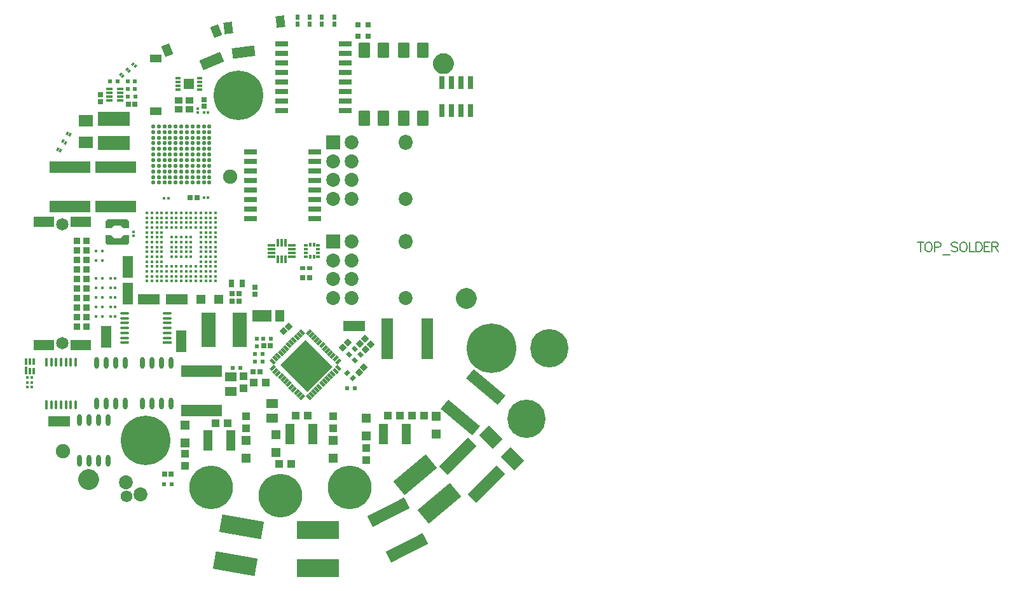
<source format=gts>
G04*
G04 #@! TF.GenerationSoftware,Altium Limited,Altium Designer,24.1.2 (44)*
G04*
G04 Layer_Color=8388736*
%FSLAX44Y44*%
%MOMM*%
G71*
G04*
G04 #@! TF.SameCoordinates,3E41DE66-C22E-4A43-A9AF-2340ABB4EF3F*
G04*
G04*
G04 #@! TF.FilePolarity,Negative*
G04*
G01*
G75*
%ADD20C,0.1778*%
%ADD28R,3.0000X1.4000*%
%ADD32R,0.7400X1.6750*%
%ADD34R,1.6700X0.7600*%
%ADD38R,0.8000X0.8000*%
%ADD54R,1.2500X0.3500*%
%ADD55O,1.2500X0.3500*%
%ADD67O,0.3500X1.2500*%
%ADD68R,0.3500X1.2500*%
G04:AMPARAMS|DCode=69|XSize=3mm|YSize=1.4mm|CornerRadius=0mm|HoleSize=0mm|Usage=FLASHONLY|Rotation=187.503|XOffset=0mm|YOffset=0mm|HoleType=Round|Shape=Rectangle|*
%AMROTATEDRECTD69*
4,1,4,1.3958,0.8899,1.5786,-0.4981,-1.3958,-0.8899,-1.5786,0.4981,1.3958,0.8899,0.0*
%
%ADD69ROTATEDRECTD69*%

G04:AMPARAMS|DCode=70|XSize=3mm|YSize=1.4mm|CornerRadius=0mm|HoleSize=0mm|Usage=FLASHONLY|Rotation=203.138|XOffset=0mm|YOffset=0mm|HoleType=Round|Shape=Rectangle|*
%AMROTATEDRECTD70*
4,1,4,1.1043,1.2331,1.6544,-0.0543,-1.1043,-1.2331,-1.6544,0.0543,1.1043,1.2331,0.0*
%
%ADD70ROTATEDRECTD70*%

%ADD79R,0.7700X0.9800*%
%ADD85R,1.4000X3.0000*%
%ADD86O,0.6000X1.5500*%
%ADD89R,1.0000X0.9000*%
G04:AMPARAMS|DCode=90|XSize=0.74mm|YSize=0.38mm|CornerRadius=0mm|HoleSize=0mm|Usage=FLASHONLY|Rotation=225.000|XOffset=0mm|YOffset=0mm|HoleType=Round|Shape=Rectangle|*
%AMROTATEDRECTD90*
4,1,4,0.1273,0.3960,0.3960,0.1273,-0.1273,-0.3960,-0.3960,-0.1273,0.1273,0.3960,0.0*
%
%ADD90ROTATEDRECTD90*%

G04:AMPARAMS|DCode=91|XSize=0.74mm|YSize=0.38mm|CornerRadius=0mm|HoleSize=0mm|Usage=FLASHONLY|Rotation=315.000|XOffset=0mm|YOffset=0mm|HoleType=Round|Shape=Rectangle|*
%AMROTATEDRECTD91*
4,1,4,-0.3960,0.1273,-0.1273,0.3960,0.3960,-0.1273,0.1273,-0.3960,-0.3960,0.1273,0.0*
%
%ADD91ROTATEDRECTD91*%

G04:AMPARAMS|DCode=92|XSize=4.74mm|YSize=5.115mm|CornerRadius=0mm|HoleSize=0mm|Usage=FLASHONLY|Rotation=45.000|XOffset=0mm|YOffset=0mm|HoleType=Round|Shape=Rectangle|*
%AMROTATEDRECTD92*
4,1,4,0.1326,-3.4843,-3.4843,0.1326,-0.1326,3.4843,3.4843,-0.1326,0.1326,-3.4843,0.0*
%
%ADD92ROTATEDRECTD92*%

%ADD93R,1.5270X1.1270*%
%ADD94R,0.8890X0.4064*%
G04:AMPARAMS|DCode=95|XSize=2.6mm|YSize=1.8mm|CornerRadius=0mm|HoleSize=0mm|Usage=FLASHONLY|Rotation=315.000|XOffset=0mm|YOffset=0mm|HoleType=Round|Shape=Rectangle|*
%AMROTATEDRECTD95*
4,1,4,-1.5556,0.2828,-0.2828,1.5556,1.5556,-0.2828,0.2828,-1.5556,-1.5556,0.2828,0.0*
%
%ADD95ROTATEDRECTD95*%

%ADD96R,1.2500X1.2500*%
%ADD97R,1.1500X1.6000*%
%ADD98R,2.5000X1.6000*%
G04:AMPARAMS|DCode=99|XSize=2.1mm|YSize=1.6mm|CornerRadius=0.3125mm|HoleSize=0mm|Usage=FLASHONLY|Rotation=90.000|XOffset=0mm|YOffset=0mm|HoleType=Round|Shape=RoundedRectangle|*
%AMROUNDEDRECTD99*
21,1,2.1000,0.9750,0,0,90.0*
21,1,1.4750,1.6000,0,0,90.0*
1,1,0.6250,0.4875,0.7375*
1,1,0.6250,0.4875,-0.7375*
1,1,0.6250,-0.4875,-0.7375*
1,1,0.6250,-0.4875,0.7375*
%
%ADD99ROUNDEDRECTD99*%
%ADD100R,0.6858X0.7270*%
%ADD101R,0.7258X0.5588*%
%ADD102R,0.6000X0.8000*%
G04:AMPARAMS|DCode=103|XSize=0.3mm|YSize=0.45mm|CornerRadius=0mm|HoleSize=0mm|Usage=FLASHONLY|Rotation=330.000|XOffset=0mm|YOffset=0mm|HoleType=Round|Shape=Rectangle|*
%AMROTATEDRECTD103*
4,1,4,-0.2424,-0.1199,-0.0174,0.2699,0.2424,0.1199,0.0174,-0.2699,-0.2424,-0.1199,0.0*
%
%ADD103ROTATEDRECTD103*%

%ADD104R,0.6000X0.6000*%
%ADD105R,4.2270X1.9820*%
%ADD106R,1.9812X4.6482*%
%ADD107R,0.9270X0.9270*%
%ADD108R,2.8270X1.3270*%
%ADD109R,5.6388X2.3620*%
%ADD110R,1.6000X5.5000*%
%ADD111R,1.0500X1.1000*%
%ADD112C,0.4000*%
%ADD113C,0.5318*%
%ADD114R,1.3500X1.4500*%
%ADD115R,0.7100X0.3700*%
%ADD116R,0.4064X0.8890*%
%ADD117R,0.4064X0.9906*%
%ADD118R,0.9906X0.4064*%
%ADD119R,0.3556X0.5588*%
%ADD120R,0.5588X0.3556*%
%ADD121R,0.4200X0.3600*%
%ADD122R,0.7200X0.7200*%
%ADD123R,0.3600X0.4200*%
%ADD124R,0.7200X0.7200*%
%ADD125R,5.5000X1.6000*%
%ADD126R,1.9050X1.5240*%
%ADD127R,0.3500X0.4000*%
%ADD128R,0.6000X0.5750*%
%ADD129R,0.4620X0.3520*%
%ADD130R,1.1000X1.0500*%
G04:AMPARAMS|DCode=131|XSize=2.362mm|YSize=5.6388mm|CornerRadius=0mm|HoleSize=0mm|Usage=FLASHONLY|Rotation=260.000|XOffset=0mm|YOffset=0mm|HoleType=Round|Shape=Rectangle|*
%AMROTATEDRECTD131*
4,1,4,-2.5715,1.6526,2.9817,0.6735,2.5715,-1.6526,-2.9817,-0.6735,-2.5715,1.6526,0.0*
%
%ADD131ROTATEDRECTD131*%

G04:AMPARAMS|DCode=132|XSize=2.362mm|YSize=5.6388mm|CornerRadius=0mm|HoleSize=0mm|Usage=FLASHONLY|Rotation=310.000|XOffset=0mm|YOffset=0mm|HoleType=Round|Shape=Rectangle|*
%AMROTATEDRECTD132*
4,1,4,-2.9189,-0.9076,1.4007,2.7170,2.9189,0.9076,-1.4007,-2.7170,-2.9189,-0.9076,0.0*
%
%ADD132ROTATEDRECTD132*%

G04:AMPARAMS|DCode=133|XSize=5.5mm|YSize=1.6mm|CornerRadius=0mm|HoleSize=0mm|Usage=FLASHONLY|Rotation=45.000|XOffset=0mm|YOffset=0mm|HoleType=Round|Shape=Rectangle|*
%AMROTATEDRECTD133*
4,1,4,-1.3789,-2.5102,-2.5102,-1.3789,1.3789,2.5102,2.5102,1.3789,-1.3789,-2.5102,0.0*
%
%ADD133ROTATEDRECTD133*%

%ADD134R,1.5500X1.2500*%
G04:AMPARAMS|DCode=135|XSize=5.5mm|YSize=1.6mm|CornerRadius=0mm|HoleSize=0mm|Usage=FLASHONLY|Rotation=27.000|XOffset=0mm|YOffset=0mm|HoleType=Round|Shape=Rectangle|*
%AMROTATEDRECTD135*
4,1,4,-2.0871,-1.9613,-2.8135,-0.5357,2.0871,1.9613,2.8135,0.5357,-2.0871,-1.9613,0.0*
%
%ADD135ROTATEDRECTD135*%

G04:AMPARAMS|DCode=136|XSize=5.5mm|YSize=1.6mm|CornerRadius=0mm|HoleSize=0mm|Usage=FLASHONLY|Rotation=140.000|XOffset=0mm|YOffset=0mm|HoleType=Round|Shape=Rectangle|*
%AMROTATEDRECTD136*
4,1,4,2.6209,-1.1548,1.5924,-2.3805,-2.6209,1.1548,-1.5924,2.3805,2.6209,-1.1548,0.0*
%
%ADD136ROTATEDRECTD136*%

%ADD137P,1.0182X4X360.0*%
%ADD138R,1.2500X2.8000*%
%ADD139C,1.1000*%
G04:AMPARAMS|DCode=140|XSize=0.3mm|YSize=0.45mm|CornerRadius=0mm|HoleSize=0mm|Usage=FLASHONLY|Rotation=315.000|XOffset=0mm|YOffset=0mm|HoleType=Round|Shape=Rectangle|*
%AMROTATEDRECTD140*
4,1,4,-0.2652,-0.0530,0.0530,0.2652,0.2652,0.0530,-0.0530,-0.2652,-0.2652,-0.0530,0.0*
%
%ADD140ROTATEDRECTD140*%

G04:AMPARAMS|DCode=141|XSize=0.6mm|YSize=0.575mm|CornerRadius=0mm|HoleSize=0mm|Usage=FLASHONLY|Rotation=225.000|XOffset=0mm|YOffset=0mm|HoleType=Round|Shape=Rectangle|*
%AMROTATEDRECTD141*
4,1,4,0.0088,0.4154,0.4154,0.0088,-0.0088,-0.4154,-0.4154,-0.0088,0.0088,0.4154,0.0*
%
%ADD141ROTATEDRECTD141*%

G04:AMPARAMS|DCode=142|XSize=0.6mm|YSize=0.575mm|CornerRadius=0mm|HoleSize=0mm|Usage=FLASHONLY|Rotation=315.000|XOffset=0mm|YOffset=0mm|HoleType=Round|Shape=Rectangle|*
%AMROTATEDRECTD142*
4,1,4,-0.4154,0.0088,-0.0088,0.4154,0.4154,-0.0088,0.0088,-0.4154,-0.4154,0.0088,0.0*
%
%ADD142ROTATEDRECTD142*%

%ADD143R,0.5750X0.6000*%
%ADD144R,1.2500X1.2500*%
G04:AMPARAMS|DCode=145|XSize=1.127mm|YSize=1.527mm|CornerRadius=0mm|HoleSize=0mm|Usage=FLASHONLY|Rotation=201.507|XOffset=0mm|YOffset=0mm|HoleType=Round|Shape=Rectangle|*
%AMROTATEDRECTD145*
4,1,4,0.2444,0.9169,0.8042,-0.5038,-0.2444,-0.9169,-0.8042,0.5038,0.2444,0.9169,0.0*
%
%ADD145ROTATEDRECTD145*%

G04:AMPARAMS|DCode=146|XSize=1.127mm|YSize=1.527mm|CornerRadius=0mm|HoleSize=0mm|Usage=FLASHONLY|Rotation=187.055|XOffset=0mm|YOffset=0mm|HoleType=Round|Shape=Rectangle|*
%AMROTATEDRECTD146*
4,1,4,0.4655,0.8269,0.6530,-0.6885,-0.4655,-0.8269,-0.6530,0.6885,0.4655,0.8269,0.0*
%
%ADD146ROTATEDRECTD146*%

%ADD147C,1.9050*%
%ADD148C,1.8540*%
%ADD149O,1.8540X2.0040*%
%ADD150C,1.8542*%
%ADD151R,1.8542X1.8542*%
%ADD152C,1.5748*%
%ADD153C,5.8039*%
%ADD154C,1.6510*%
%ADD155C,6.6016*%
%ADD156C,5.1016*%
G36*
X205957Y321122D02*
X208469Y320081D01*
X210730Y318571D01*
X212653Y316648D01*
X214163Y314387D01*
X215204Y311875D01*
X215734Y309208D01*
Y307848D01*
Y306488D01*
X215204Y303821D01*
X214163Y301309D01*
X212653Y299048D01*
X210730Y297125D01*
X208469Y295615D01*
X205957Y294574D01*
X203290Y294044D01*
X200570D01*
X197903Y294574D01*
X195391Y295615D01*
X193130Y297125D01*
X191207Y299048D01*
X189697Y301309D01*
X188656Y303821D01*
X188126Y306488D01*
Y307848D01*
Y309208D01*
X188656Y311875D01*
X189697Y314387D01*
X191207Y316648D01*
X193130Y318571D01*
X195391Y320081D01*
X197903Y321122D01*
X200570Y321652D01*
X203290D01*
X205957Y321122D01*
D02*
G37*
G36*
X-219629Y100804D02*
X-219533Y100774D01*
X-219444Y100727D01*
X-219367Y100663D01*
X-216817Y98113D01*
X-216817Y98113D01*
X-216753Y98036D01*
X-216706Y97947D01*
X-216677Y97851D01*
X-216667Y97751D01*
X-216667Y88901D01*
X-216676Y88801D01*
X-216706Y88705D01*
X-216753Y88616D01*
X-216817Y88539D01*
X-216894Y88475D01*
X-216983Y88427D01*
X-217079Y88398D01*
X-217179Y88389D01*
X-224179D01*
X-224203Y88391D01*
X-224227Y88391D01*
X-224253Y88396D01*
X-224279Y88398D01*
X-224302Y88405D01*
X-224325Y88410D01*
X-224350Y88420D01*
X-224375Y88427D01*
X-224396Y88439D01*
X-224418Y88448D01*
X-224440Y88462D01*
X-224464Y88475D01*
X-224482Y88490D01*
X-224502Y88503D01*
X-224521Y88522D01*
X-224541Y88539D01*
X-224557Y88557D01*
X-224574Y88574D01*
X-227570Y92189D01*
X-237288D01*
X-240285Y88574D01*
X-240301Y88557D01*
X-240317Y88539D01*
X-240337Y88522D01*
X-240356Y88503D01*
X-240376Y88490D01*
X-240394Y88475D01*
X-240418Y88462D01*
X-240440Y88448D01*
X-240462Y88439D01*
X-240483Y88427D01*
X-240508Y88420D01*
X-240533Y88410D01*
X-240556Y88405D01*
X-240579Y88398D01*
X-240605Y88396D01*
X-240631Y88391D01*
X-240655Y88391D01*
X-240679Y88389D01*
X-247679D01*
X-247779Y88398D01*
X-247875Y88427D01*
X-247964Y88475D01*
X-248041Y88539D01*
X-248105Y88616D01*
X-248153Y88705D01*
X-248182Y88801D01*
X-248192Y88901D01*
Y97751D01*
X-248192Y97751D01*
X-248182Y97851D01*
X-248153Y97947D01*
X-248105Y98036D01*
X-248041Y98113D01*
X-245492Y100663D01*
X-245492Y100663D01*
X-245414Y100727D01*
X-245325Y100774D01*
X-245229Y100804D01*
X-245129Y100813D01*
X-219729D01*
X-219729Y100813D01*
X-219629Y100804D01*
D02*
G37*
G36*
X-217079Y79204D02*
X-216983Y79174D01*
X-216894Y79127D01*
X-216817Y79063D01*
X-216753Y78986D01*
X-216706Y78897D01*
X-216676Y78801D01*
X-216667Y78701D01*
Y69851D01*
X-216667Y69851D01*
X-216676Y69751D01*
X-216706Y69655D01*
X-216753Y69566D01*
X-216817Y69489D01*
X-219366Y66939D01*
X-219367Y66939D01*
X-219444Y66875D01*
X-219533Y66828D01*
X-219629Y66798D01*
X-219729Y66789D01*
X-245129D01*
X-245129Y66789D01*
X-245229Y66798D01*
X-245325Y66828D01*
X-245414Y66875D01*
X-245491Y66939D01*
X-248041Y69488D01*
X-248041Y69489D01*
X-248105Y69566D01*
X-248153Y69655D01*
X-248182Y69751D01*
X-248192Y69851D01*
X-248192Y78701D01*
X-248182Y78801D01*
X-248153Y78897D01*
X-248105Y78986D01*
X-248041Y79063D01*
X-247964Y79127D01*
X-247875Y79174D01*
X-247779Y79204D01*
X-247679Y79213D01*
X-240679D01*
X-240655Y79211D01*
X-240631Y79211D01*
X-240605Y79206D01*
X-240579Y79204D01*
X-240556Y79197D01*
X-240533Y79192D01*
X-240508Y79182D01*
X-240483Y79174D01*
X-240462Y79163D01*
X-240440Y79154D01*
X-240418Y79140D01*
X-240394Y79127D01*
X-240376Y79112D01*
X-240356Y79099D01*
X-240337Y79080D01*
X-240317Y79063D01*
X-240301Y79045D01*
X-240285Y79028D01*
X-237288Y75413D01*
X-227567D01*
X-224500Y79032D01*
X-224485Y79047D01*
X-224471Y79063D01*
X-224449Y79082D01*
X-224428Y79102D01*
X-224410Y79114D01*
X-224394Y79127D01*
X-224368Y79141D01*
X-224343Y79157D01*
X-224324Y79165D01*
X-224305Y79174D01*
X-224277Y79183D01*
X-224250Y79194D01*
X-224229Y79198D01*
X-224209Y79204D01*
X-224180Y79206D01*
X-224151Y79212D01*
X-224130Y79211D01*
X-224109Y79213D01*
X-217179D01*
X-217079Y79204D01*
D02*
G37*
G36*
X236437Y8194D02*
X238949Y7153D01*
X241210Y5643D01*
X243133Y3720D01*
X244643Y1459D01*
X245684Y-1053D01*
X246214Y-3720D01*
Y-5080D01*
Y-6440D01*
X245684Y-9107D01*
X244643Y-11619D01*
X243133Y-13880D01*
X241210Y-15803D01*
X238949Y-17313D01*
X236437Y-18354D01*
X233770Y-18884D01*
X231050D01*
X228383Y-18354D01*
X225871Y-17313D01*
X223610Y-15803D01*
X221687Y-13880D01*
X220177Y-11619D01*
X219136Y-9107D01*
X218606Y-6440D01*
Y-5080D01*
Y-3720D01*
X219136Y-1053D01*
X220177Y1459D01*
X221687Y3720D01*
X223610Y5643D01*
X225871Y7153D01*
X228383Y8194D01*
X231050Y8724D01*
X233770D01*
X236437Y8194D01*
D02*
G37*
G36*
X-266483Y-233106D02*
X-263971Y-234147D01*
X-261710Y-235657D01*
X-259787Y-237580D01*
X-258277Y-239841D01*
X-257236Y-242353D01*
X-256706Y-245020D01*
Y-246380D01*
Y-247740D01*
X-257236Y-250407D01*
X-258277Y-252919D01*
X-259787Y-255180D01*
X-261710Y-257103D01*
X-263971Y-258613D01*
X-266483Y-259654D01*
X-269150Y-260184D01*
X-271870D01*
X-274537Y-259654D01*
X-277049Y-258613D01*
X-279310Y-257103D01*
X-281233Y-255180D01*
X-282743Y-252919D01*
X-283784Y-250407D01*
X-284314Y-247740D01*
Y-246380D01*
Y-245020D01*
X-283784Y-242353D01*
X-282743Y-239841D01*
X-281233Y-237580D01*
X-279310Y-235657D01*
X-277049Y-234147D01*
X-274537Y-233106D01*
X-271870Y-232576D01*
X-269150D01*
X-266483Y-233106D01*
D02*
G37*
D20*
X837202Y69847D02*
Y57150D01*
X832970Y69847D02*
X841435D01*
X846574D02*
X845365Y69243D01*
X844156Y68033D01*
X843551Y66824D01*
X842946Y65010D01*
Y61987D01*
X843551Y60173D01*
X844156Y58964D01*
X845365Y57755D01*
X846574Y57150D01*
X848993D01*
X850202Y57755D01*
X851411Y58964D01*
X852016Y60173D01*
X852620Y61987D01*
Y65010D01*
X852016Y66824D01*
X851411Y68033D01*
X850202Y69243D01*
X848993Y69847D01*
X846574D01*
X855583Y63196D02*
X861025D01*
X862839Y63801D01*
X863444Y64406D01*
X864048Y65615D01*
Y67429D01*
X863444Y68638D01*
X862839Y69243D01*
X861025Y69847D01*
X855583D01*
Y57150D01*
X866890Y52918D02*
X876564D01*
X886661Y68033D02*
X885452Y69243D01*
X883638Y69847D01*
X881220D01*
X879406Y69243D01*
X878196Y68033D01*
Y66824D01*
X878801Y65615D01*
X879406Y65010D01*
X880615Y64406D01*
X884243Y63196D01*
X885452Y62592D01*
X886057Y61987D01*
X886661Y60778D01*
Y58964D01*
X885452Y57755D01*
X883638Y57150D01*
X881220D01*
X879406Y57755D01*
X878196Y58964D01*
X893131Y69847D02*
X891922Y69243D01*
X890712Y68033D01*
X890108Y66824D01*
X889503Y65010D01*
Y61987D01*
X890108Y60173D01*
X890712Y58964D01*
X891922Y57755D01*
X893131Y57150D01*
X895549D01*
X896759Y57755D01*
X897968Y58964D01*
X898573Y60173D01*
X899177Y61987D01*
Y65010D01*
X898573Y66824D01*
X897968Y68033D01*
X896759Y69243D01*
X895549Y69847D01*
X893131D01*
X902140D02*
Y57150D01*
X909396D01*
X910786Y69847D02*
Y57150D01*
Y69847D02*
X915019D01*
X916833Y69243D01*
X918042Y68033D01*
X918646Y66824D01*
X919251Y65010D01*
Y61987D01*
X918646Y60173D01*
X918042Y58964D01*
X916833Y57755D01*
X915019Y57150D01*
X910786D01*
X929953Y69847D02*
X922093D01*
Y57150D01*
X929953D01*
X922093Y63801D02*
X926930D01*
X932069Y69847D02*
Y57150D01*
Y69847D02*
X937511D01*
X939325Y69243D01*
X939930Y68638D01*
X940534Y67429D01*
Y66220D01*
X939930Y65010D01*
X939325Y64406D01*
X937511Y63801D01*
X932069D01*
X936302D02*
X940534Y57150D01*
D28*
X82550Y-41910D02*
D03*
X-309880Y-168910D02*
D03*
X-153670Y-6350D02*
D03*
X-190754D02*
D03*
D32*
X237738Y245326D02*
D03*
Y282176D02*
D03*
X225038Y245326D02*
D03*
Y282176D02*
D03*
X212338Y245326D02*
D03*
Y282176D02*
D03*
X199638Y245326D02*
D03*
Y282176D02*
D03*
D34*
X71297Y245212D02*
D03*
Y257912D02*
D03*
Y270612D02*
D03*
Y283312D02*
D03*
Y296012D02*
D03*
Y308712D02*
D03*
Y321412D02*
D03*
Y334112D02*
D03*
X-14003Y245212D02*
D03*
Y257912D02*
D03*
Y270612D02*
D03*
Y283312D02*
D03*
Y296012D02*
D03*
Y308712D02*
D03*
Y321412D02*
D03*
Y334112D02*
D03*
X30363Y101376D02*
D03*
Y114076D02*
D03*
Y126776D02*
D03*
Y139476D02*
D03*
Y152176D02*
D03*
Y164876D02*
D03*
Y177576D02*
D03*
Y190276D02*
D03*
X-54938Y101376D02*
D03*
Y114076D02*
D03*
Y126776D02*
D03*
Y139476D02*
D03*
Y152176D02*
D03*
Y164876D02*
D03*
Y177576D02*
D03*
Y190276D02*
D03*
D38*
X87630Y344290D02*
D03*
Y359290D02*
D03*
X101600Y344290D02*
D03*
Y359290D02*
D03*
D54*
X-166060Y-63950D02*
D03*
D55*
Y-57450D02*
D03*
Y-50950D02*
D03*
Y-44450D02*
D03*
Y-37950D02*
D03*
Y-31450D02*
D03*
Y-24950D02*
D03*
X-222560Y-63950D02*
D03*
Y-57450D02*
D03*
Y-50950D02*
D03*
Y-44450D02*
D03*
Y-37950D02*
D03*
Y-31450D02*
D03*
Y-24950D02*
D03*
D67*
X-287840Y-89860D02*
D03*
X-294340D02*
D03*
X-300840D02*
D03*
X-307340D02*
D03*
X-313840D02*
D03*
X-320340Y-89860D02*
D03*
X-326840Y-89860D02*
D03*
X-287840Y-146360D02*
D03*
X-294340D02*
D03*
X-300840D02*
D03*
X-307340D02*
D03*
X-313840D02*
D03*
X-320340D02*
D03*
D68*
X-326840D02*
D03*
D69*
X-64346Y322936D02*
D03*
D70*
X-107186Y310992D02*
D03*
D79*
X-66510Y15240D02*
D03*
X-80810D02*
D03*
D85*
X-218440Y36830D02*
D03*
X-247650Y-55880D02*
D03*
X-147320Y-62230D02*
D03*
X-218440Y1270D02*
D03*
D86*
X-161290Y-145110D02*
D03*
X-173990D02*
D03*
X-186690D02*
D03*
X-199390D02*
D03*
Y-91110D02*
D03*
X-186690D02*
D03*
X-173990D02*
D03*
X-161290D02*
D03*
X-222250D02*
D03*
X-234950D02*
D03*
X-247650D02*
D03*
X-260350D02*
D03*
Y-145110D02*
D03*
X-247650D02*
D03*
X-234950D02*
D03*
X-222250D02*
D03*
X-245110Y-167310D02*
D03*
X-257810D02*
D03*
X-270510D02*
D03*
X-283210D02*
D03*
Y-221310D02*
D03*
X-270510D02*
D03*
X-257810D02*
D03*
X-245110D02*
D03*
D89*
X-151010Y258730D02*
D03*
Y246730D02*
D03*
X-136010Y258730D02*
D03*
Y246730D02*
D03*
D90*
X-25525Y-97991D02*
D03*
X-21990Y-101526D02*
D03*
X-18454Y-105062D02*
D03*
X-14919Y-108597D02*
D03*
X-11383Y-112133D02*
D03*
X-7847Y-115668D02*
D03*
X-4312Y-119204D02*
D03*
X-777Y-122739D02*
D03*
X2759Y-126275D02*
D03*
X6295Y-129810D02*
D03*
X9830Y-133346D02*
D03*
X13366Y-136882D02*
D03*
X61449Y-88798D02*
D03*
X57913Y-85263D02*
D03*
X54378Y-81727D02*
D03*
X50842Y-78192D02*
D03*
X47307Y-74656D02*
D03*
X43771Y-71121D02*
D03*
X40236Y-67585D02*
D03*
X36700Y-64050D02*
D03*
X33165Y-60514D02*
D03*
X29629Y-56979D02*
D03*
X26094Y-53443D02*
D03*
X22558Y-49907D02*
D03*
D91*
X22558Y-136882D02*
D03*
X26094Y-133346D02*
D03*
X29629Y-129810D02*
D03*
X33165Y-126275D02*
D03*
X36700Y-122739D02*
D03*
X40236Y-119204D02*
D03*
X43771Y-115668D02*
D03*
X47307Y-112133D02*
D03*
X50842Y-108597D02*
D03*
X54378Y-105062D02*
D03*
X57913Y-101526D02*
D03*
X61449Y-97991D02*
D03*
X13366Y-49907D02*
D03*
X9830Y-53443D02*
D03*
X6295Y-56979D02*
D03*
X2759Y-60514D02*
D03*
X-777Y-64050D02*
D03*
X-4312Y-67585D02*
D03*
X-7847Y-71121D02*
D03*
X-11383Y-74656D02*
D03*
X-14919Y-78192D02*
D03*
X-18454Y-81727D02*
D03*
X-21990Y-85263D02*
D03*
X-25525Y-88798D02*
D03*
D92*
X19291Y-94724D02*
D03*
D93*
X-181610Y244400D02*
D03*
Y314400D02*
D03*
D94*
X-243149Y273907D02*
D03*
Y268907D02*
D03*
Y263906D02*
D03*
Y258906D02*
D03*
X-228529D02*
D03*
Y263906D02*
D03*
Y268907D02*
D03*
Y273907D02*
D03*
D95*
X293542Y-218612D02*
D03*
X265258Y-190328D02*
D03*
D96*
X-60961Y-217490D02*
D03*
Y-193990D02*
D03*
X99061Y-164780D02*
D03*
Y-188280D02*
D03*
X-21589Y-186878D02*
D03*
Y-210378D02*
D03*
X-142239Y-197170D02*
D03*
Y-173670D02*
D03*
X191769Y-162240D02*
D03*
Y-185740D02*
D03*
X54609Y-217490D02*
D03*
Y-193990D02*
D03*
D97*
X-16502Y-27940D02*
D03*
D98*
X-40252D02*
D03*
D99*
X148589Y325971D02*
D03*
X173989Y325971D02*
D03*
X173989Y235371D02*
D03*
X148589Y235371D02*
D03*
X96519Y325971D02*
D03*
X121919D02*
D03*
X121919Y235371D02*
D03*
X96519D02*
D03*
D100*
X14224Y22860D02*
D03*
X23876D02*
D03*
D101*
X14425Y35560D02*
D03*
X23675D02*
D03*
D102*
X56406Y369753D02*
D03*
Y360753D02*
D03*
X7120Y369753D02*
D03*
Y360753D02*
D03*
X23548Y369753D02*
D03*
Y360753D02*
D03*
X39977Y369753D02*
D03*
Y360753D02*
D03*
D103*
X-301687Y202313D02*
D03*
X-305151Y204313D02*
D03*
X-307927Y191505D02*
D03*
X-311391Y193505D02*
D03*
X-295447Y213121D02*
D03*
X-298911Y215121D02*
D03*
D104*
X-232429Y96501D02*
D03*
Y71101D02*
D03*
D105*
X-237490Y234665D02*
D03*
Y202215D02*
D03*
D106*
X-110941Y-46990D02*
D03*
X-69399D02*
D03*
D107*
X-286033Y71902D02*
D03*
X-273333D02*
D03*
X-286033Y59202D02*
D03*
X-273333Y59202D02*
D03*
X-286033Y46502D02*
D03*
X-273333D02*
D03*
X-286033Y33802D02*
D03*
X-273333D02*
D03*
X-286033Y21102D02*
D03*
X-273333Y21102D02*
D03*
X-286033Y8402D02*
D03*
X-273333D02*
D03*
X-286033Y-4298D02*
D03*
X-273333D02*
D03*
X-286033Y-16998D02*
D03*
X-273333Y-16998D02*
D03*
X-286033Y-29698D02*
D03*
X-273333D02*
D03*
X-286033Y-42398D02*
D03*
X-273333D02*
D03*
D108*
X-330533Y96852D02*
D03*
X-281532D02*
D03*
X-330533Y-67348D02*
D03*
X-281532D02*
D03*
D109*
X34290Y-364265D02*
D03*
Y-313915D02*
D03*
D110*
X180169Y-58422D02*
D03*
X127169D02*
D03*
D111*
X-101470Y-171451D02*
D03*
X-85470D02*
D03*
X-16891Y-225805D02*
D03*
X-891D02*
D03*
X175642Y-161291D02*
D03*
X159642D02*
D03*
X-35180Y-116840D02*
D03*
X-51180D02*
D03*
X143892Y-161291D02*
D03*
X127892D02*
D03*
X20702D02*
D03*
X4702D02*
D03*
D112*
X-192821Y108999D02*
D03*
X-186321D02*
D03*
X-179821D02*
D03*
X-173321D02*
D03*
X-166821D02*
D03*
X-160321D02*
D03*
X-153821D02*
D03*
X-147321D02*
D03*
X-140821D02*
D03*
X-134321D02*
D03*
X-127821D02*
D03*
X-121321D02*
D03*
X-114821D02*
D03*
X-108321D02*
D03*
X-101821D02*
D03*
X-192821Y102499D02*
D03*
X-186321D02*
D03*
X-179821D02*
D03*
X-173321D02*
D03*
X-166821D02*
D03*
X-160321D02*
D03*
X-153821D02*
D03*
X-147321D02*
D03*
X-140821D02*
D03*
X-134321D02*
D03*
X-127821D02*
D03*
X-121321D02*
D03*
X-114821D02*
D03*
X-108321D02*
D03*
X-101821D02*
D03*
X-192821Y95999D02*
D03*
X-186321D02*
D03*
X-179821D02*
D03*
X-173321D02*
D03*
X-166821D02*
D03*
X-160321D02*
D03*
X-153821D02*
D03*
X-147321D02*
D03*
X-140821D02*
D03*
X-134321D02*
D03*
X-127821D02*
D03*
X-121321D02*
D03*
X-114821D02*
D03*
X-108321D02*
D03*
X-101821D02*
D03*
X-192821Y89499D02*
D03*
X-186321D02*
D03*
X-179821D02*
D03*
X-173321D02*
D03*
X-166821D02*
D03*
X-160321D02*
D03*
X-153821D02*
D03*
X-147321D02*
D03*
X-140821D02*
D03*
X-134321D02*
D03*
X-127821D02*
D03*
X-121321D02*
D03*
X-114821D02*
D03*
X-108321D02*
D03*
X-101821D02*
D03*
X-192821Y82999D02*
D03*
X-186321D02*
D03*
X-179821D02*
D03*
X-173321D02*
D03*
X-121321D02*
D03*
X-114821D02*
D03*
X-108321D02*
D03*
X-101821D02*
D03*
X-192821Y76499D02*
D03*
X-186321D02*
D03*
X-179821D02*
D03*
X-173321D02*
D03*
X-160321D02*
D03*
X-153821D02*
D03*
X-147321D02*
D03*
X-140821D02*
D03*
X-134321D02*
D03*
X-121321D02*
D03*
X-114821D02*
D03*
X-108321D02*
D03*
X-101821D02*
D03*
X-192821Y69999D02*
D03*
X-186321D02*
D03*
X-179821D02*
D03*
X-173321D02*
D03*
X-160321D02*
D03*
X-153821D02*
D03*
X-147321D02*
D03*
X-140821D02*
D03*
X-134321D02*
D03*
X-121321D02*
D03*
X-114821D02*
D03*
X-108321D02*
D03*
X-101821D02*
D03*
X-192821Y63499D02*
D03*
X-186321D02*
D03*
X-179821D02*
D03*
X-173321D02*
D03*
X-160321D02*
D03*
X-153821D02*
D03*
X-147321D02*
D03*
X-140821D02*
D03*
X-134321D02*
D03*
X-121321D02*
D03*
X-114821D02*
D03*
X-108321D02*
D03*
X-101821D02*
D03*
X-192821Y56999D02*
D03*
X-186321D02*
D03*
X-179821D02*
D03*
X-173321D02*
D03*
X-160321D02*
D03*
X-153821D02*
D03*
X-147321D02*
D03*
X-140821D02*
D03*
X-134321D02*
D03*
X-121321D02*
D03*
X-114821D02*
D03*
X-108321D02*
D03*
X-101821D02*
D03*
X-192821Y50499D02*
D03*
X-186321D02*
D03*
X-179821D02*
D03*
X-173321D02*
D03*
X-160321D02*
D03*
X-153821D02*
D03*
X-147321D02*
D03*
X-140821D02*
D03*
X-134321D02*
D03*
X-121321D02*
D03*
X-114821D02*
D03*
X-108321D02*
D03*
X-101821D02*
D03*
X-192821Y43999D02*
D03*
X-186321D02*
D03*
X-179821D02*
D03*
X-173321D02*
D03*
X-121321D02*
D03*
X-114821D02*
D03*
X-108321D02*
D03*
X-101821D02*
D03*
X-192821Y37499D02*
D03*
X-186321D02*
D03*
X-179821D02*
D03*
X-173321D02*
D03*
X-166821D02*
D03*
X-160321D02*
D03*
X-153821D02*
D03*
X-147321D02*
D03*
X-140821D02*
D03*
X-134321D02*
D03*
X-127821D02*
D03*
X-121321D02*
D03*
X-114821D02*
D03*
X-108321D02*
D03*
X-101821D02*
D03*
X-192821Y30999D02*
D03*
X-186321D02*
D03*
X-179821D02*
D03*
X-173321D02*
D03*
X-166821D02*
D03*
X-160321D02*
D03*
X-153821D02*
D03*
X-147321D02*
D03*
X-140821D02*
D03*
X-134321D02*
D03*
X-127821D02*
D03*
X-121321D02*
D03*
X-114821D02*
D03*
X-108321D02*
D03*
X-101821D02*
D03*
X-192821Y24499D02*
D03*
X-186321D02*
D03*
X-179821D02*
D03*
X-173321D02*
D03*
X-166821D02*
D03*
X-160321D02*
D03*
X-153821D02*
D03*
X-147321D02*
D03*
X-140821D02*
D03*
X-134321D02*
D03*
X-127821D02*
D03*
X-121321D02*
D03*
X-114821D02*
D03*
X-108321D02*
D03*
X-101821D02*
D03*
X-192821Y17999D02*
D03*
X-186321D02*
D03*
X-179821D02*
D03*
X-173321D02*
D03*
X-166821D02*
D03*
X-160321D02*
D03*
X-153821D02*
D03*
X-147321D02*
D03*
X-140821D02*
D03*
X-134321D02*
D03*
X-127821D02*
D03*
X-121321D02*
D03*
X-114821D02*
D03*
X-108321D02*
D03*
X-101821D02*
D03*
D113*
X-184819Y224190D02*
D03*
X-177319D02*
D03*
X-169819D02*
D03*
X-162319D02*
D03*
X-154819D02*
D03*
X-147319D02*
D03*
X-139819D02*
D03*
X-132319D02*
D03*
X-124819D02*
D03*
X-117319D02*
D03*
X-109819D02*
D03*
X-184819Y216690D02*
D03*
X-177319D02*
D03*
X-169819D02*
D03*
X-162319D02*
D03*
X-154819D02*
D03*
X-147319D02*
D03*
X-139819D02*
D03*
X-132319D02*
D03*
X-124819D02*
D03*
X-117319D02*
D03*
X-109819D02*
D03*
X-184819Y209190D02*
D03*
X-177319D02*
D03*
X-169819D02*
D03*
X-162319D02*
D03*
X-154819D02*
D03*
X-147319D02*
D03*
X-139819D02*
D03*
X-132319D02*
D03*
X-124819D02*
D03*
X-117319D02*
D03*
X-109819D02*
D03*
X-184819Y201690D02*
D03*
X-177319Y201690D02*
D03*
X-169819D02*
D03*
X-162319D02*
D03*
X-154819D02*
D03*
X-147319Y201690D02*
D03*
X-139819Y201690D02*
D03*
X-132319D02*
D03*
X-124819D02*
D03*
X-117319D02*
D03*
X-109819Y201690D02*
D03*
X-184819Y194190D02*
D03*
X-177319D02*
D03*
X-169819D02*
D03*
X-162319D02*
D03*
X-154819D02*
D03*
X-147319D02*
D03*
X-139819D02*
D03*
X-132319D02*
D03*
X-124819D02*
D03*
X-117319D02*
D03*
X-109819D02*
D03*
X-184819Y186690D02*
D03*
X-177319D02*
D03*
X-169819D02*
D03*
X-162319D02*
D03*
X-154819D02*
D03*
X-147319D02*
D03*
X-139819D02*
D03*
X-132319D02*
D03*
X-124819D02*
D03*
X-117319D02*
D03*
X-109819D02*
D03*
X-184819Y179190D02*
D03*
X-177319D02*
D03*
X-169819D02*
D03*
X-162319D02*
D03*
X-154819D02*
D03*
X-147319D02*
D03*
X-139819D02*
D03*
X-132319D02*
D03*
X-124819D02*
D03*
X-117319D02*
D03*
X-109819D02*
D03*
X-184819Y171690D02*
D03*
X-177319Y171690D02*
D03*
X-169819D02*
D03*
X-162319D02*
D03*
X-154819D02*
D03*
X-147319Y171690D02*
D03*
X-139819Y171690D02*
D03*
X-132319D02*
D03*
X-124819D02*
D03*
X-117319D02*
D03*
X-109819Y171690D02*
D03*
X-184819Y164190D02*
D03*
X-177319D02*
D03*
X-169819D02*
D03*
X-162319D02*
D03*
X-154819D02*
D03*
X-147319D02*
D03*
X-139819D02*
D03*
X-132319D02*
D03*
X-124819D02*
D03*
X-117319D02*
D03*
X-109819D02*
D03*
X-184819Y156690D02*
D03*
X-177319D02*
D03*
X-169819D02*
D03*
X-162319D02*
D03*
X-154819D02*
D03*
X-147319D02*
D03*
X-139819D02*
D03*
X-132319D02*
D03*
X-124819D02*
D03*
X-117319D02*
D03*
X-109819D02*
D03*
X-184819Y149190D02*
D03*
X-177319D02*
D03*
X-169819D02*
D03*
X-162319D02*
D03*
X-154819D02*
D03*
X-147319D02*
D03*
X-139819D02*
D03*
X-132319D02*
D03*
X-124819D02*
D03*
X-117319D02*
D03*
X-109819D02*
D03*
D114*
X-137161Y280670D02*
D03*
D115*
X-151661Y273170D02*
D03*
Y278170D02*
D03*
Y283170D02*
D03*
Y288170D02*
D03*
X-122661D02*
D03*
Y283170D02*
D03*
Y278170D02*
D03*
Y273170D02*
D03*
D116*
X-344249Y-88940D02*
D03*
Y-101560D02*
D03*
X-349249Y-88940D02*
D03*
Y-101560D02*
D03*
X-354249Y-88940D02*
D03*
D117*
Y-101052D02*
D03*
X-8970Y69487D02*
D03*
X-13970D02*
D03*
X-18970D02*
D03*
Y47351D02*
D03*
X-13970D02*
D03*
X-8970D02*
D03*
D118*
X-402Y50919D02*
D03*
Y55919D02*
D03*
Y60919D02*
D03*
Y65919D02*
D03*
X-27538D02*
D03*
Y60919D02*
D03*
Y55919D02*
D03*
Y50919D02*
D03*
D119*
X29171Y50257D02*
D03*
X24171D02*
D03*
Y66583D02*
D03*
X29171D02*
D03*
D120*
X18508Y50920D02*
D03*
Y55920D02*
D03*
Y60920D02*
D03*
Y65920D02*
D03*
X34834D02*
D03*
Y60920D02*
D03*
Y55920D02*
D03*
Y50920D02*
D03*
D121*
X-125731Y247810D02*
D03*
Y242410D02*
D03*
X-210821Y83726D02*
D03*
Y78326D02*
D03*
D122*
X-126309Y129541D02*
D03*
X-135309D02*
D03*
X-51491Y-102870D02*
D03*
X-42491D02*
D03*
X-28521Y-67818D02*
D03*
X-37521D02*
D03*
X-79429Y-8890D02*
D03*
X-70429D02*
D03*
X-79429Y1270D02*
D03*
X-70429D02*
D03*
X-208861Y253999D02*
D03*
X-217861D02*
D03*
X-169599Y-238760D02*
D03*
X-160599D02*
D03*
D123*
X-117000Y129539D02*
D03*
X-111600D02*
D03*
X-111920Y242571D02*
D03*
X-117320D02*
D03*
X-351950Y-110490D02*
D03*
X-346550D02*
D03*
Y-123190D02*
D03*
X-351950D02*
D03*
D124*
X-116841Y259771D02*
D03*
Y250771D02*
D03*
X-255269Y257119D02*
D03*
Y266119D02*
D03*
X-49530Y9579D02*
D03*
Y579D02*
D03*
D125*
X-295907Y117009D02*
D03*
Y170009D02*
D03*
X-234947D02*
D03*
Y117009D02*
D03*
X-120142Y-154770D02*
D03*
Y-101770D02*
D03*
D126*
X-274320Y202565D02*
D03*
Y231775D02*
D03*
D127*
X-170640Y128270D02*
D03*
X-164640D02*
D03*
X-235760Y-29210D02*
D03*
X-241760D02*
D03*
X-235760Y-16510D02*
D03*
X-241760D02*
D03*
X-235760Y-3810D02*
D03*
X-241760Y-3810D02*
D03*
X-235760Y8890D02*
D03*
X-241760Y8890D02*
D03*
X-235760Y21590D02*
D03*
X-241760Y21590D02*
D03*
X-352250Y-116840D02*
D03*
X-346250D02*
D03*
D128*
X-209551Y274275D02*
D03*
Y284525D02*
D03*
X-46990Y-58376D02*
D03*
Y-68626D02*
D03*
X-218439Y284525D02*
D03*
Y274275D02*
D03*
D129*
X-252339Y58420D02*
D03*
X-260739D02*
D03*
X-252339Y45720D02*
D03*
X-260739D02*
D03*
X-252339Y-29210D02*
D03*
X-260739D02*
D03*
X-252339Y-16510D02*
D03*
X-260739D02*
D03*
X-252339Y-3810D02*
D03*
X-260739D02*
D03*
X-252339Y8890D02*
D03*
X-260739D02*
D03*
X-252339Y21590D02*
D03*
X-260739D02*
D03*
D130*
X99061Y-204088D02*
D03*
Y-220088D02*
D03*
X-142112Y-227709D02*
D03*
Y-211709D02*
D03*
X54609Y-178182D02*
D03*
Y-162182D02*
D03*
X-60961Y-178182D02*
D03*
Y-162182D02*
D03*
X-64770Y-124840D02*
D03*
Y-108840D02*
D03*
D131*
X-66748Y-309217D02*
D03*
X-75492Y-358802D02*
D03*
D132*
X196522Y-278365D02*
D03*
X164158Y-239795D02*
D03*
D133*
X221292Y-214942D02*
D03*
X258768Y-252418D02*
D03*
D134*
X-81280Y-129380D02*
D03*
Y-109380D02*
D03*
X-26670Y-164940D02*
D03*
Y-144940D02*
D03*
D135*
X128939Y-290078D02*
D03*
X153001Y-337302D02*
D03*
D136*
X224266Y-163810D02*
D03*
X258334Y-123210D02*
D03*
D137*
X-4439Y-42539D02*
D03*
X-10803Y-48903D02*
D03*
X90798Y-65410D02*
D03*
X97162Y-59046D02*
D03*
X98418Y-73030D02*
D03*
X104782Y-66666D02*
D03*
X89528Y-103510D02*
D03*
X95892Y-97146D02*
D03*
X74301Y-64129D02*
D03*
X67937Y-70493D02*
D03*
D138*
X152157Y-185422D02*
D03*
X122157D02*
D03*
X27698D02*
D03*
X-2303D02*
D03*
X-111523Y-194312D02*
D03*
X-81523D02*
D03*
D139*
X-270510Y-246380D02*
D03*
X232410Y-5080D02*
D03*
X201930Y307848D02*
D03*
D140*
X-225387Y290665D02*
D03*
X-228216Y293494D02*
D03*
X-216606Y297378D02*
D03*
X-219434Y300206D02*
D03*
X-208567Y304325D02*
D03*
X-211395Y307153D02*
D03*
D141*
X81093Y-111573D02*
D03*
X73845Y-104325D02*
D03*
D142*
X91255Y-80197D02*
D03*
X84007Y-87445D02*
D03*
X83635Y-72577D02*
D03*
X76387Y-79825D02*
D03*
D143*
X-38144Y-58420D02*
D03*
X-27894D02*
D03*
X-49574Y-78740D02*
D03*
X-39324D02*
D03*
X-78786Y-97790D02*
D03*
X-68536D02*
D03*
X-49576Y-88900D02*
D03*
X-39326D02*
D03*
X73616Y-124460D02*
D03*
X83866Y-124460D02*
D03*
X-232365Y284479D02*
D03*
X-242615D02*
D03*
X-218485Y264161D02*
D03*
X-208235D02*
D03*
X-170226Y-252730D02*
D03*
X-159976D02*
D03*
D144*
X-97470Y-6350D02*
D03*
X-120970D02*
D03*
D145*
X-100897Y350947D02*
D03*
X-166024Y325284D02*
D03*
D146*
X-84893Y355498D02*
D03*
X-15423Y364095D02*
D03*
D147*
X-304800Y-208280D02*
D03*
X-82550Y157480D02*
D03*
D148*
X151697Y127622D02*
D03*
Y-4204D02*
D03*
D149*
Y202622D02*
D03*
Y70796D02*
D03*
D150*
X54897Y152622D02*
D03*
Y177622D02*
D03*
X79897Y202622D02*
D03*
Y177622D02*
D03*
Y152622D02*
D03*
X54897Y127622D02*
D03*
X79897D02*
D03*
X-201829Y-266261D02*
D03*
X-220980Y-250191D02*
D03*
X54897Y20796D02*
D03*
Y45796D02*
D03*
X79897Y70796D02*
D03*
Y45796D02*
D03*
Y20796D02*
D03*
X54897Y-4204D02*
D03*
X79897D02*
D03*
D151*
X54897Y202622D02*
D03*
Y70796D02*
D03*
D152*
X-220018Y-268491D02*
D03*
D153*
X-107513Y-257211D02*
D03*
X76984D02*
D03*
X-15265Y-267987D02*
D03*
D154*
X-306033Y94002D02*
D03*
Y-64498D02*
D03*
D155*
X265630Y-71175D02*
D03*
X-194454Y-194454D02*
D03*
X-71175Y265630D02*
D03*
D156*
X342900Y-71175D02*
D03*
X312420Y-165100D02*
D03*
M02*

</source>
